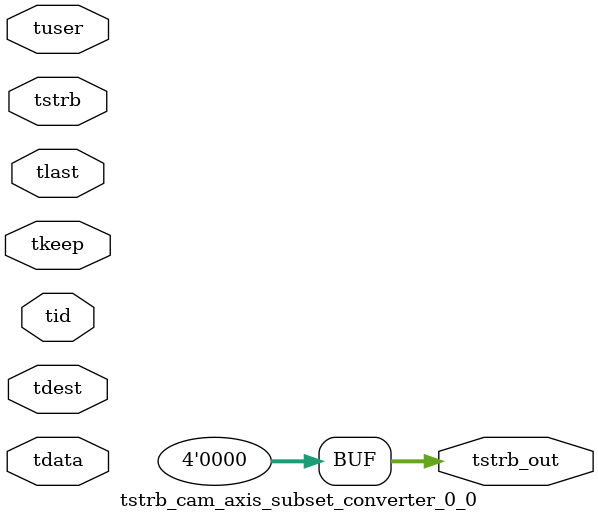
<source format=v>


`timescale 1ps/1ps

module tstrb_cam_axis_subset_converter_0_0 #
(
parameter C_S_AXIS_TDATA_WIDTH = 32,
parameter C_S_AXIS_TUSER_WIDTH = 0,
parameter C_S_AXIS_TID_WIDTH   = 0,
parameter C_S_AXIS_TDEST_WIDTH = 0,
parameter C_M_AXIS_TDATA_WIDTH = 32
)
(
input  [(C_S_AXIS_TDATA_WIDTH == 0 ? 1 : C_S_AXIS_TDATA_WIDTH)-1:0     ] tdata,
input  [(C_S_AXIS_TUSER_WIDTH == 0 ? 1 : C_S_AXIS_TUSER_WIDTH)-1:0     ] tuser,
input  [(C_S_AXIS_TID_WIDTH   == 0 ? 1 : C_S_AXIS_TID_WIDTH)-1:0       ] tid,
input  [(C_S_AXIS_TDEST_WIDTH == 0 ? 1 : C_S_AXIS_TDEST_WIDTH)-1:0     ] tdest,
input  [(C_S_AXIS_TDATA_WIDTH/8)-1:0 ] tkeep,
input  [(C_S_AXIS_TDATA_WIDTH/8)-1:0 ] tstrb,
input                                                                    tlast,
output [(C_M_AXIS_TDATA_WIDTH/8)-1:0 ] tstrb_out
);

assign tstrb_out = {1'b0};

endmodule


</source>
